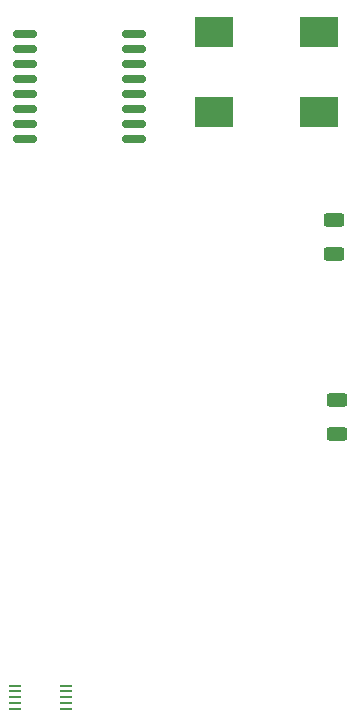
<source format=gbr>
%TF.GenerationSoftware,KiCad,Pcbnew,(6.0.4)*%
%TF.CreationDate,2022-04-23T15:23:27-04:00*%
%TF.ProjectId,smart penetrometer,736d6172-7420-4706-956e-6574726f6d65,rev?*%
%TF.SameCoordinates,Original*%
%TF.FileFunction,Paste,Top*%
%TF.FilePolarity,Positive*%
%FSLAX46Y46*%
G04 Gerber Fmt 4.6, Leading zero omitted, Abs format (unit mm)*
G04 Created by KiCad (PCBNEW (6.0.4)) date 2022-04-23 15:23:27*
%MOMM*%
%LPD*%
G01*
G04 APERTURE LIST*
G04 Aperture macros list*
%AMRoundRect*
0 Rectangle with rounded corners*
0 $1 Rounding radius*
0 $2 $3 $4 $5 $6 $7 $8 $9 X,Y pos of 4 corners*
0 Add a 4 corners polygon primitive as box body*
4,1,4,$2,$3,$4,$5,$6,$7,$8,$9,$2,$3,0*
0 Add four circle primitives for the rounded corners*
1,1,$1+$1,$2,$3*
1,1,$1+$1,$4,$5*
1,1,$1+$1,$6,$7*
1,1,$1+$1,$8,$9*
0 Add four rect primitives between the rounded corners*
20,1,$1+$1,$2,$3,$4,$5,0*
20,1,$1+$1,$4,$5,$6,$7,0*
20,1,$1+$1,$6,$7,$8,$9,0*
20,1,$1+$1,$8,$9,$2,$3,0*%
G04 Aperture macros list end*
%ADD10R,1.100000X0.250000*%
%ADD11RoundRect,0.150000X-0.875000X-0.150000X0.875000X-0.150000X0.875000X0.150000X-0.875000X0.150000X0*%
%ADD12RoundRect,0.250000X0.625000X-0.312500X0.625000X0.312500X-0.625000X0.312500X-0.625000X-0.312500X0*%
%ADD13R,3.300000X2.500000*%
G04 APERTURE END LIST*
D10*
%TO.C,U5*%
X115680000Y-142120000D03*
X115680000Y-142620000D03*
X115680000Y-143120000D03*
X115680000Y-143620000D03*
X115680000Y-144120000D03*
X111380000Y-144120000D03*
X111380000Y-143620000D03*
X111380000Y-143120000D03*
X111380000Y-142620000D03*
X111380000Y-142120000D03*
%TD*%
D11*
%TO.C,U2*%
X121490000Y-86995000D03*
X121490000Y-88265000D03*
X121490000Y-89535000D03*
X121490000Y-90805000D03*
X121490000Y-92075000D03*
X121490000Y-93345000D03*
X121490000Y-94615000D03*
X121490000Y-95885000D03*
X112190000Y-95885000D03*
X112190000Y-94615000D03*
X112190000Y-93345000D03*
X112190000Y-92075000D03*
X112190000Y-90805000D03*
X112190000Y-89535000D03*
X112190000Y-88265000D03*
X112190000Y-86995000D03*
%TD*%
D12*
%TO.C,R6*%
X138622500Y-117917500D03*
X138622500Y-120842500D03*
%TD*%
%TO.C,R5*%
X138430000Y-102677500D03*
X138430000Y-105602500D03*
%TD*%
D13*
%TO.C,D3*%
X137160000Y-93570000D03*
X137160000Y-86770000D03*
%TD*%
%TO.C,D2*%
X128270000Y-93570000D03*
X128270000Y-86770000D03*
%TD*%
M02*

</source>
